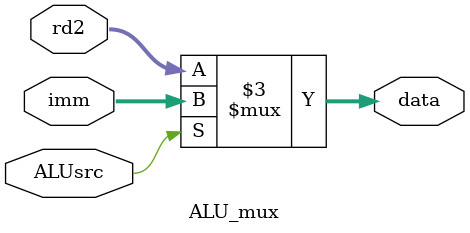
<source format=v>
module ALU_mux(
    input [31:0] rd2,
    input [31:0] imm,
    input ALUsrc,
    output reg [31:0] data
);

always@(*) begin
    if(ALUsrc) data = imm;
    else data = rd2;
end

endmodule
</source>
